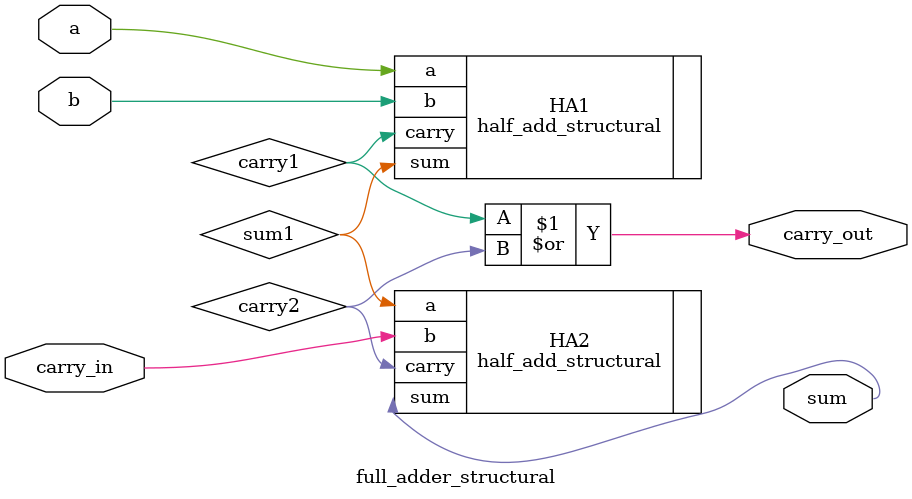
<source format=v>
module full_adder_structural (a,b,carry_in,sum,carry_out);

input a,b,carry_in;
output sum,carry_out;
wire sum1;
wire carry1,carry2;

half_add_structural HA1(.a(a), .b(b), .sum(sum1), .carry(carry1));

half_add_structural HA2(.a(sum1), .b(carry_in), .sum(sum), .carry(carry2));

or (carry_out,carry1,carry2);

    
endmodule


</source>
